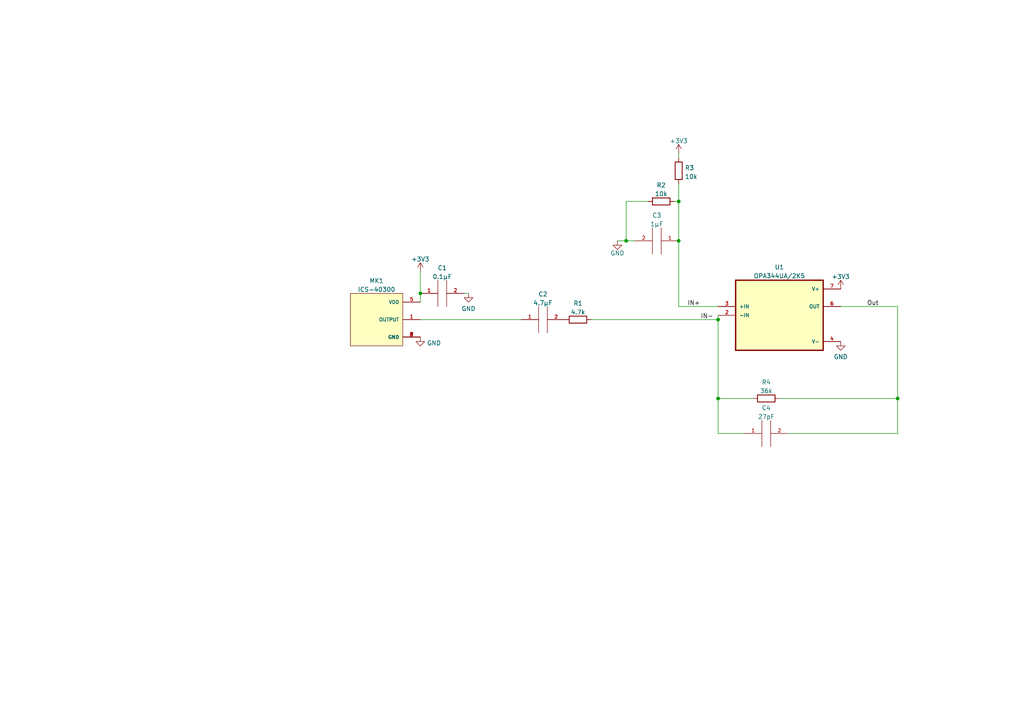
<source format=kicad_sch>
(kicad_sch (version 20211123) (generator eeschema)

  (uuid e63e39d7-6ac0-4ffd-8aa3-1841a4541b55)

  (paper "A4")

  (lib_symbols
    (symbol "Device:R" (pin_numbers hide) (pin_names (offset 0)) (in_bom yes) (on_board yes)
      (property "Reference" "R" (id 0) (at 2.032 0 90)
        (effects (font (size 1.27 1.27)))
      )
      (property "Value" "R" (id 1) (at 0 0 90)
        (effects (font (size 1.27 1.27)))
      )
      (property "Footprint" "" (id 2) (at -1.778 0 90)
        (effects (font (size 1.27 1.27)) hide)
      )
      (property "Datasheet" "~" (id 3) (at 0 0 0)
        (effects (font (size 1.27 1.27)) hide)
      )
      (property "ki_keywords" "R res resistor" (id 4) (at 0 0 0)
        (effects (font (size 1.27 1.27)) hide)
      )
      (property "ki_description" "Resistor" (id 5) (at 0 0 0)
        (effects (font (size 1.27 1.27)) hide)
      )
      (property "ki_fp_filters" "R_*" (id 6) (at 0 0 0)
        (effects (font (size 1.27 1.27)) hide)
      )
      (symbol "R_0_1"
        (rectangle (start -1.016 -2.54) (end 1.016 2.54)
          (stroke (width 0.254) (type default) (color 0 0 0 0))
          (fill (type none))
        )
      )
      (symbol "R_1_1"
        (pin passive line (at 0 3.81 270) (length 1.27)
          (name "~" (effects (font (size 1.27 1.27))))
          (number "1" (effects (font (size 1.27 1.27))))
        )
        (pin passive line (at 0 -3.81 90) (length 1.27)
          (name "~" (effects (font (size 1.27 1.27))))
          (number "2" (effects (font (size 1.27 1.27))))
        )
      )
    )
    (symbol "ICS-40300:ICS-40300" (pin_names (offset 1.016)) (in_bom yes) (on_board yes)
      (property "Reference" "MK" (id 0) (at -7.6962 8.4582 0)
        (effects (font (size 1.27 1.27)) (justify left bottom))
      )
      (property "Value" "ICS-40300" (id 1) (at -7.6708 -10.2362 0)
        (effects (font (size 1.27 1.27)) (justify left bottom))
      )
      (property "Footprint" "MIC_ICS-40300" (id 2) (at 0 0 0)
        (effects (font (size 1.27 1.27)) (justify left bottom) hide)
      )
      (property "Datasheet" "" (id 3) (at 0 0 0)
        (effects (font (size 1.27 1.27)) (justify left bottom) hide)
      )
      (property "Description" "High SPL Analog MEMS Microphone with Extended Low Feq Response" (id 4) (at 0 0 0)
        (effects (font (size 1.27 1.27)) (justify left bottom) hide)
      )
      (property "Availability" "Good" (id 5) (at 0 0 0)
        (effects (font (size 1.27 1.27)) (justify left bottom) hide)
      )
      (property "Price" "2.71 USD" (id 6) (at 0 0 0)
        (effects (font (size 1.27 1.27)) (justify left bottom) hide)
      )
      (property "Package" "LGA-6 TDK-InvenSense" (id 7) (at 0 0 0)
        (effects (font (size 1.27 1.27)) (justify left bottom) hide)
      )
      (property "MF" "TDK-InvenSense" (id 8) (at 0 0 0)
        (effects (font (size 1.27 1.27)) (justify left bottom) hide)
      )
      (property "MP" "ICS-40300" (id 9) (at 0 0 0)
        (effects (font (size 1.27 1.27)) (justify left bottom) hide)
      )
      (property "ki_locked" "" (id 10) (at 0 0 0)
        (effects (font (size 1.27 1.27)))
      )
      (symbol "ICS-40300_0_0"
        (rectangle (start -7.62 -7.62) (end 7.62 7.62)
          (stroke (width 0.1524) (type default) (color 0 0 0 0))
          (fill (type background))
        )
        (pin output line (at 12.7 0 180) (length 5.08)
          (name "OUTPUT" (effects (font (size 1.016 1.016))))
          (number "1" (effects (font (size 1.016 1.016))))
        )
        (pin power_in line (at 12.7 -5.08 180) (length 5.08)
          (name "GND" (effects (font (size 1.016 1.016))))
          (number "2" (effects (font (size 1.016 1.016))))
        )
        (pin power_in line (at 12.7 -5.08 180) (length 5.08)
          (name "GND" (effects (font (size 1.016 1.016))))
          (number "3" (effects (font (size 1.016 1.016))))
        )
        (pin power_in line (at 12.7 -5.08 180) (length 5.08)
          (name "GND" (effects (font (size 1.016 1.016))))
          (number "4" (effects (font (size 1.016 1.016))))
        )
        (pin power_in line (at 12.7 5.08 180) (length 5.08)
          (name "VDD" (effects (font (size 1.016 1.016))))
          (number "5" (effects (font (size 1.016 1.016))))
        )
        (pin power_in line (at 12.7 -5.08 180) (length 5.08)
          (name "GND" (effects (font (size 1.016 1.016))))
          (number "6" (effects (font (size 1.016 1.016))))
        )
      )
    )
    (symbol "OPA344UA_2K5:OPA344UA{slash}2K5" (pin_names (offset 1.016)) (in_bom yes) (on_board yes)
      (property "Reference" "U" (id 0) (at -12.7 11.1506 0)
        (effects (font (size 1.27 1.27)) (justify left bottom))
      )
      (property "Value" "OPA344UA{slash}2K5" (id 1) (at -12.7 -14.1478 0)
        (effects (font (size 1.27 1.27)) (justify left bottom))
      )
      (property "Footprint" "SOIC127P599X175-8N" (id 2) (at 0 0 0)
        (effects (font (size 1.27 1.27)) (justify left bottom) hide)
      )
      (property "Datasheet" "" (id 3) (at 0 0 0)
        (effects (font (size 1.27 1.27)) (justify left bottom) hide)
      )
      (property "ki_locked" "" (id 4) (at 0 0 0)
        (effects (font (size 1.27 1.27)))
      )
      (symbol "OPA344UA{slash}2K5_0_0"
        (rectangle (start -12.7 -10.16) (end 12.7 10.16)
          (stroke (width 0.4064) (type default) (color 0 0 0 0))
          (fill (type background))
        )
        (pin input line (at -17.78 0 0) (length 5.08)
          (name "-IN" (effects (font (size 1.016 1.016))))
          (number "2" (effects (font (size 1.016 1.016))))
        )
        (pin input line (at -17.78 2.54 0) (length 5.08)
          (name "+IN" (effects (font (size 1.016 1.016))))
          (number "3" (effects (font (size 1.016 1.016))))
        )
        (pin power_in line (at 17.78 -7.62 180) (length 5.08)
          (name "V-" (effects (font (size 1.016 1.016))))
          (number "4" (effects (font (size 1.016 1.016))))
        )
        (pin output line (at 17.78 2.54 180) (length 5.08)
          (name "OUT" (effects (font (size 1.016 1.016))))
          (number "6" (effects (font (size 1.016 1.016))))
        )
        (pin power_in line (at 17.78 7.62 180) (length 5.08)
          (name "V+" (effects (font (size 1.016 1.016))))
          (number "7" (effects (font (size 1.016 1.016))))
        )
      )
    )
    (symbol "power:+3.3V" (power) (pin_names (offset 0)) (in_bom yes) (on_board yes)
      (property "Reference" "#PWR" (id 0) (at 0 -3.81 0)
        (effects (font (size 1.27 1.27)) hide)
      )
      (property "Value" "+3.3V" (id 1) (at 0 3.556 0)
        (effects (font (size 1.27 1.27)))
      )
      (property "Footprint" "" (id 2) (at 0 0 0)
        (effects (font (size 1.27 1.27)) hide)
      )
      (property "Datasheet" "" (id 3) (at 0 0 0)
        (effects (font (size 1.27 1.27)) hide)
      )
      (property "ki_keywords" "power-flag" (id 4) (at 0 0 0)
        (effects (font (size 1.27 1.27)) hide)
      )
      (property "ki_description" "Power symbol creates a global label with name \"+3.3V\"" (id 5) (at 0 0 0)
        (effects (font (size 1.27 1.27)) hide)
      )
      (symbol "+3.3V_0_1"
        (polyline
          (pts
            (xy -0.762 1.27)
            (xy 0 2.54)
          )
          (stroke (width 0) (type default) (color 0 0 0 0))
          (fill (type none))
        )
        (polyline
          (pts
            (xy 0 0)
            (xy 0 2.54)
          )
          (stroke (width 0) (type default) (color 0 0 0 0))
          (fill (type none))
        )
        (polyline
          (pts
            (xy 0 2.54)
            (xy 0.762 1.27)
          )
          (stroke (width 0) (type default) (color 0 0 0 0))
          (fill (type none))
        )
      )
      (symbol "+3.3V_1_1"
        (pin power_in line (at 0 0 90) (length 0) hide
          (name "+3V3" (effects (font (size 1.27 1.27))))
          (number "1" (effects (font (size 1.27 1.27))))
        )
      )
    )
    (symbol "power:GND" (power) (pin_names (offset 0)) (in_bom yes) (on_board yes)
      (property "Reference" "#PWR" (id 0) (at 0 -6.35 0)
        (effects (font (size 1.27 1.27)) hide)
      )
      (property "Value" "GND" (id 1) (at 0 -3.81 0)
        (effects (font (size 1.27 1.27)))
      )
      (property "Footprint" "" (id 2) (at 0 0 0)
        (effects (font (size 1.27 1.27)) hide)
      )
      (property "Datasheet" "" (id 3) (at 0 0 0)
        (effects (font (size 1.27 1.27)) hide)
      )
      (property "ki_keywords" "power-flag" (id 4) (at 0 0 0)
        (effects (font (size 1.27 1.27)) hide)
      )
      (property "ki_description" "Power symbol creates a global label with name \"GND\" , ground" (id 5) (at 0 0 0)
        (effects (font (size 1.27 1.27)) hide)
      )
      (symbol "GND_0_1"
        (polyline
          (pts
            (xy 0 0)
            (xy 0 -1.27)
            (xy 1.27 -1.27)
            (xy 0 -2.54)
            (xy -1.27 -1.27)
            (xy 0 -1.27)
          )
          (stroke (width 0) (type default) (color 0 0 0 0))
          (fill (type none))
        )
      )
      (symbol "GND_1_1"
        (pin power_in line (at 0 0 270) (length 0) hide
          (name "GND" (effects (font (size 1.27 1.27))))
          (number "1" (effects (font (size 1.27 1.27))))
        )
      )
    )
    (symbol "pspice:CAP" (pin_names (offset 0.254)) (in_bom yes) (on_board yes)
      (property "Reference" "C" (id 0) (at 2.54 3.81 90)
        (effects (font (size 1.27 1.27)))
      )
      (property "Value" "CAP" (id 1) (at 2.54 -3.81 90)
        (effects (font (size 1.27 1.27)))
      )
      (property "Footprint" "" (id 2) (at 0 0 0)
        (effects (font (size 1.27 1.27)) hide)
      )
      (property "Datasheet" "~" (id 3) (at 0 0 0)
        (effects (font (size 1.27 1.27)) hide)
      )
      (property "ki_keywords" "simulation" (id 4) (at 0 0 0)
        (effects (font (size 1.27 1.27)) hide)
      )
      (property "ki_description" "Capacitor symbol for simulation only" (id 5) (at 0 0 0)
        (effects (font (size 1.27 1.27)) hide)
      )
      (symbol "CAP_0_1"
        (polyline
          (pts
            (xy -3.81 -1.27)
            (xy 3.81 -1.27)
          )
          (stroke (width 0) (type default) (color 0 0 0 0))
          (fill (type none))
        )
        (polyline
          (pts
            (xy -3.81 1.27)
            (xy 3.81 1.27)
          )
          (stroke (width 0) (type default) (color 0 0 0 0))
          (fill (type none))
        )
      )
      (symbol "CAP_1_1"
        (pin passive line (at 0 6.35 270) (length 5.08)
          (name "~" (effects (font (size 1.016 1.016))))
          (number "1" (effects (font (size 1.016 1.016))))
        )
        (pin passive line (at 0 -6.35 90) (length 5.08)
          (name "~" (effects (font (size 1.016 1.016))))
          (number "2" (effects (font (size 1.016 1.016))))
        )
      )
    )
  )

  (junction (at 121.92 85.09) (diameter 0) (color 0 0 0 0)
    (uuid 1a53bd43-03ee-4a3f-bd1d-79c3d49d1ebf)
  )
  (junction (at 196.85 58.42) (diameter 0) (color 0 0 0 0)
    (uuid 3ec37a54-7a47-4b29-a563-42e26d223519)
  )
  (junction (at 208.28 92.71) (diameter 0) (color 0 0 0 0)
    (uuid 76bca8c4-c6d4-462d-89f5-96f51f4694c7)
  )
  (junction (at 181.61 69.85) (diameter 0) (color 0 0 0 0)
    (uuid 80640bb4-9c39-4762-928c-94e881512e5e)
  )
  (junction (at 196.85 69.85) (diameter 0) (color 0 0 0 0)
    (uuid afa5d055-1e75-432f-9862-31f68972aac8)
  )
  (junction (at 260.35 115.57) (diameter 0) (color 0 0 0 0)
    (uuid e003b1f0-df92-4d5c-bbe0-12e5828f1654)
  )
  (junction (at 208.28 115.57) (diameter 0) (color 0 0 0 0)
    (uuid ea60d495-a313-4661-9cd7-4c378e3baaf2)
  )

  (wire (pts (xy 196.85 69.85) (xy 196.85 88.9))
    (stroke (width 0) (type default) (color 0 0 0 0))
    (uuid 045303bc-2668-4b14-9f98-31a4b505271e)
  )
  (wire (pts (xy 179.07 69.85) (xy 181.61 69.85))
    (stroke (width 0) (type default) (color 0 0 0 0))
    (uuid 1cdb16d2-4d33-4420-838f-4cd611017e11)
  )
  (wire (pts (xy 196.85 53.34) (xy 196.85 58.42))
    (stroke (width 0) (type default) (color 0 0 0 0))
    (uuid 1cf4daf1-0dc1-4738-9e16-35a453fba629)
  )
  (wire (pts (xy 208.28 125.73) (xy 215.9 125.73))
    (stroke (width 0) (type default) (color 0 0 0 0))
    (uuid 2f2ba989-f770-43b7-9d93-faef7edd783e)
  )
  (wire (pts (xy 208.28 115.57) (xy 208.28 125.73))
    (stroke (width 0) (type default) (color 0 0 0 0))
    (uuid 338fcfd5-665e-4d82-9c6a-bf627be9d9d3)
  )
  (wire (pts (xy 196.85 69.85) (xy 196.85 58.42))
    (stroke (width 0) (type default) (color 0 0 0 0))
    (uuid 4671e7ad-7afc-4d9f-aedc-69b5bd2c042c)
  )
  (wire (pts (xy 196.85 45.72) (xy 196.85 44.45))
    (stroke (width 0) (type default) (color 0 0 0 0))
    (uuid 4a7bc5cf-cc6d-4479-9a97-baba2d3b7320)
  )
  (wire (pts (xy 187.96 58.42) (xy 181.61 58.42))
    (stroke (width 0) (type default) (color 0 0 0 0))
    (uuid 56055fdd-3f73-4e85-8921-1896608b9a43)
  )
  (wire (pts (xy 121.92 78.74) (xy 121.92 85.09))
    (stroke (width 0) (type default) (color 0 0 0 0))
    (uuid 5b6c707a-e04f-42d8-af72-e80c8ebb42f2)
  )
  (wire (pts (xy 135.89 85.09) (xy 134.62 85.09))
    (stroke (width 0) (type default) (color 0 0 0 0))
    (uuid 6f4507f5-4643-4c41-9ebd-55d2c69f2263)
  )
  (wire (pts (xy 121.92 92.71) (xy 151.13 92.71))
    (stroke (width 0) (type default) (color 0 0 0 0))
    (uuid 8d977735-3e5d-446e-adf8-e93acb290e04)
  )
  (wire (pts (xy 208.28 92.71) (xy 208.28 91.44))
    (stroke (width 0) (type default) (color 0 0 0 0))
    (uuid 916ab0c5-0ead-4655-9364-52777a839628)
  )
  (wire (pts (xy 196.85 58.42) (xy 195.58 58.42))
    (stroke (width 0) (type default) (color 0 0 0 0))
    (uuid 9e64d69f-5fed-43cb-8f2e-4d7efd3dc2d3)
  )
  (wire (pts (xy 208.28 115.57) (xy 218.44 115.57))
    (stroke (width 0) (type default) (color 0 0 0 0))
    (uuid a26f3871-6bee-4c36-9bed-69d8a54aef02)
  )
  (wire (pts (xy 260.35 115.57) (xy 260.35 88.9))
    (stroke (width 0) (type default) (color 0 0 0 0))
    (uuid abb6315e-e7e1-405b-bba9-1daf39013c2c)
  )
  (wire (pts (xy 208.28 88.9) (xy 196.85 88.9))
    (stroke (width 0) (type default) (color 0 0 0 0))
    (uuid b1f02742-2d89-489d-a3cc-c1bc5dfe4b8c)
  )
  (wire (pts (xy 121.92 85.09) (xy 121.92 87.63))
    (stroke (width 0) (type default) (color 0 0 0 0))
    (uuid c8dd9b6b-fdc5-41dd-b3e0-5088dfd74a06)
  )
  (wire (pts (xy 208.28 92.71) (xy 208.28 115.57))
    (stroke (width 0) (type default) (color 0 0 0 0))
    (uuid ce8b71dc-0ec0-4ac7-bd51-2b2e2aa3f26a)
  )
  (wire (pts (xy 181.61 69.85) (xy 184.15 69.85))
    (stroke (width 0) (type default) (color 0 0 0 0))
    (uuid cfba77d4-1feb-4d8a-8780-93bdde773608)
  )
  (wire (pts (xy 226.06 115.57) (xy 260.35 115.57))
    (stroke (width 0) (type default) (color 0 0 0 0))
    (uuid d46954c5-eff5-4309-a9be-30bc0822a3e3)
  )
  (wire (pts (xy 171.45 92.71) (xy 208.28 92.71))
    (stroke (width 0) (type default) (color 0 0 0 0))
    (uuid ddb3a539-532b-4e65-9ed8-e1a7f74c053f)
  )
  (wire (pts (xy 181.61 58.42) (xy 181.61 69.85))
    (stroke (width 0) (type default) (color 0 0 0 0))
    (uuid e940be1a-5f35-4b12-8e3d-d7b4a5e63173)
  )
  (wire (pts (xy 243.84 88.9) (xy 260.35 88.9))
    (stroke (width 0) (type default) (color 0 0 0 0))
    (uuid ee3a0e73-4ec1-4088-b99a-e6efdec59d45)
  )
  (wire (pts (xy 228.6 125.73) (xy 260.35 125.73))
    (stroke (width 0) (type default) (color 0 0 0 0))
    (uuid f76c3da5-6d82-4adf-8973-26c71a85882e)
  )
  (wire (pts (xy 260.35 125.73) (xy 260.35 115.57))
    (stroke (width 0) (type default) (color 0 0 0 0))
    (uuid fdb778ec-32da-4fc6-839a-c190351c2343)
  )

  (label "Out" (at 251.46 88.9 0)
    (effects (font (size 1.27 1.27)) (justify left bottom))
    (uuid 0931e0fa-f836-4fdc-9b97-6461ed28083d)
  )
  (label "IN+" (at 199.39 88.9 0)
    (effects (font (size 1.27 1.27)) (justify left bottom))
    (uuid 48d767e5-7625-465b-b945-00a5da9e4d62)
  )
  (label "IN-" (at 203.2 92.71 0)
    (effects (font (size 1.27 1.27)) (justify left bottom))
    (uuid b26b720c-4ff8-4ba3-a4e2-3ff8229ccf82)
  )

  (symbol (lib_id "Device:R") (at 196.85 49.53 0) (unit 1)
    (in_bom yes) (on_board yes) (fields_autoplaced)
    (uuid 06889e67-f4a9-466c-a29f-e42d144a195a)
    (property "Reference" "R3" (id 0) (at 198.628 48.6953 0)
      (effects (font (size 1.27 1.27)) (justify left))
    )
    (property "Value" "10k" (id 1) (at 198.628 51.2322 0)
      (effects (font (size 1.27 1.27)) (justify left))
    )
    (property "Footprint" "Resistor_SMD:R_1206_3216Metric_Pad1.30x1.75mm_HandSolder" (id 2) (at 195.072 49.53 90)
      (effects (font (size 1.27 1.27)) hide)
    )
    (property "Datasheet" "~" (id 3) (at 196.85 49.53 0)
      (effects (font (size 1.27 1.27)) hide)
    )
    (pin "1" (uuid 55b0155e-0036-4b47-b78e-8d8fd4da4502))
    (pin "2" (uuid 2e11b817-ab24-4116-9985-84b8cd55fcce))
  )

  (symbol (lib_id "ICS-40300:ICS-40300") (at 109.22 92.71 0) (unit 1)
    (in_bom yes) (on_board yes) (fields_autoplaced)
    (uuid 0ec9fe0b-e84a-48a3-9f21-585f4ee40a65)
    (property "Reference" "MK1" (id 0) (at 109.22 81.441 0))
    (property "Value" "ICS-40300" (id 1) (at 109.22 83.9779 0))
    (property "Footprint" "ICS-40300:MIC_ICS-40300" (id 2) (at 109.22 92.71 0)
      (effects (font (size 1.27 1.27)) (justify left bottom) hide)
    )
    (property "Datasheet" "" (id 3) (at 109.22 92.71 0)
      (effects (font (size 1.27 1.27)) (justify left bottom) hide)
    )
    (property "Description" "High SPL Analog MEMS Microphone with Extended Low Feq Response" (id 4) (at 109.22 92.71 0)
      (effects (font (size 1.27 1.27)) (justify left bottom) hide)
    )
    (property "Availability" "Good" (id 5) (at 109.22 92.71 0)
      (effects (font (size 1.27 1.27)) (justify left bottom) hide)
    )
    (property "Price" "2.71 USD" (id 6) (at 109.22 92.71 0)
      (effects (font (size 1.27 1.27)) (justify left bottom) hide)
    )
    (property "Package" "LGA-6 TDK-InvenSense" (id 7) (at 109.22 92.71 0)
      (effects (font (size 1.27 1.27)) (justify left bottom) hide)
    )
    (property "MF" "TDK-InvenSense" (id 8) (at 109.22 92.71 0)
      (effects (font (size 1.27 1.27)) (justify left bottom) hide)
    )
    (property "MP" "ICS-40300" (id 9) (at 109.22 92.71 0)
      (effects (font (size 1.27 1.27)) (justify left bottom) hide)
    )
    (pin "1" (uuid a5ba688a-1709-439c-b51a-0331d51d224c))
    (pin "2" (uuid f38f7ad0-412f-488a-906a-c516920e94f5))
    (pin "3" (uuid 60f938e2-0e32-4489-8030-90e01a8a0934))
    (pin "4" (uuid 3fd8e1d8-daa0-4173-b4f3-ddb6cc3cd102))
    (pin "5" (uuid 2784ffa4-b48c-41f6-9cdf-8fcde326ef4b))
    (pin "6" (uuid 1f798360-29ab-4a7d-97f2-8eb2fd7f0d34))
  )

  (symbol (lib_id "power:+3.3V") (at 196.85 44.45 0) (unit 1)
    (in_bom yes) (on_board yes) (fields_autoplaced)
    (uuid 26cf4147-e85b-463b-9fda-36e22d36f671)
    (property "Reference" "#PWR0104" (id 0) (at 196.85 48.26 0)
      (effects (font (size 1.27 1.27)) hide)
    )
    (property "Value" "+3.3V" (id 1) (at 196.85 40.8742 0))
    (property "Footprint" "" (id 2) (at 196.85 44.45 0)
      (effects (font (size 1.27 1.27)) hide)
    )
    (property "Datasheet" "" (id 3) (at 196.85 44.45 0)
      (effects (font (size 1.27 1.27)) hide)
    )
    (pin "1" (uuid 3cfbea93-7385-4e75-9009-47081693f71c))
  )

  (symbol (lib_id "pspice:CAP") (at 190.5 69.85 270) (unit 1)
    (in_bom yes) (on_board yes) (fields_autoplaced)
    (uuid 2a0c19ac-a5b1-4998-aa0f-99898800ffd6)
    (property "Reference" "C3" (id 0) (at 190.5 62.4672 90))
    (property "Value" "1µF" (id 1) (at 190.5 65.0041 90))
    (property "Footprint" "Capacitor_SMD:C_0201_0603Metric_Pad0.64x0.40mm_HandSolder" (id 2) (at 190.5 69.85 0)
      (effects (font (size 1.27 1.27)) hide)
    )
    (property "Datasheet" "~" (id 3) (at 190.5 69.85 0)
      (effects (font (size 1.27 1.27)) hide)
    )
    (pin "1" (uuid fe595b30-95d9-45a4-8834-93f6c712e3b1))
    (pin "2" (uuid cba79e0f-ff76-415a-8967-93dbfbbadb92))
  )

  (symbol (lib_id "Device:R") (at 167.64 92.71 90) (unit 1)
    (in_bom yes) (on_board yes) (fields_autoplaced)
    (uuid 32ccdbef-fcfe-4e01-a25d-2a335971b056)
    (property "Reference" "R1" (id 0) (at 167.64 87.9942 90))
    (property "Value" "4.7k" (id 1) (at 167.64 90.5311 90))
    (property "Footprint" "Resistor_SMD:R_1206_3216Metric_Pad1.30x1.75mm_HandSolder" (id 2) (at 167.64 94.488 90)
      (effects (font (size 1.27 1.27)) hide)
    )
    (property "Datasheet" "~" (id 3) (at 167.64 92.71 0)
      (effects (font (size 1.27 1.27)) hide)
    )
    (pin "1" (uuid 992752ec-b2a4-4587-b4e7-7e67d813b131))
    (pin "2" (uuid 6694c3ce-ecba-41ff-9da2-e7a81b321150))
  )

  (symbol (lib_id "power:GND") (at 121.92 97.79 0) (unit 1)
    (in_bom yes) (on_board yes) (fields_autoplaced)
    (uuid 3683a852-70de-4684-829f-aeb73c51fe03)
    (property "Reference" "#PWR0101" (id 0) (at 121.92 104.14 0)
      (effects (font (size 1.27 1.27)) hide)
    )
    (property "Value" "GND" (id 1) (at 123.825 99.4938 0)
      (effects (font (size 1.27 1.27)) (justify left))
    )
    (property "Footprint" "" (id 2) (at 121.92 97.79 0)
      (effects (font (size 1.27 1.27)) hide)
    )
    (property "Datasheet" "" (id 3) (at 121.92 97.79 0)
      (effects (font (size 1.27 1.27)) hide)
    )
    (pin "1" (uuid 52670855-d56c-4ed9-aed5-150babc74c48))
  )

  (symbol (lib_id "OPA344UA_2K5:OPA344UA{slash}2K5") (at 226.06 91.44 0) (unit 1)
    (in_bom yes) (on_board yes) (fields_autoplaced)
    (uuid 445e2123-46c8-4d8e-83ea-c41b6dc0b488)
    (property "Reference" "U1" (id 0) (at 226.06 77.504 0))
    (property "Value" "OPA344UA/2K5" (id 1) (at 226.06 80.0409 0))
    (property "Footprint" "SOIC127P599X175-8N" (id 2) (at 226.06 91.44 0)
      (effects (font (size 1.27 1.27)) (justify left bottom) hide)
    )
    (property "Datasheet" "" (id 3) (at 226.06 91.44 0)
      (effects (font (size 1.27 1.27)) (justify left bottom) hide)
    )
    (pin "2" (uuid 001dcb0b-c547-464f-9c77-caf152539d89))
    (pin "3" (uuid 54b5e44c-8e10-42d1-8122-6e4609ab3cc6))
    (pin "4" (uuid 8311fb8a-3be5-4452-a57f-915a63960d39))
    (pin "6" (uuid 4289af98-63ff-4732-93ef-aeace190bff8))
    (pin "7" (uuid 1948d71b-7cc0-45fa-9f49-36dc65e15d4b))
  )

  (symbol (lib_id "power:GND") (at 243.84 99.06 0) (unit 1)
    (in_bom yes) (on_board yes) (fields_autoplaced)
    (uuid 6d790d13-c008-4725-8e6a-85bac3219e07)
    (property "Reference" "#PWR0106" (id 0) (at 243.84 105.41 0)
      (effects (font (size 1.27 1.27)) hide)
    )
    (property "Value" "GND" (id 1) (at 243.84 103.5034 0))
    (property "Footprint" "" (id 2) (at 243.84 99.06 0)
      (effects (font (size 1.27 1.27)) hide)
    )
    (property "Datasheet" "" (id 3) (at 243.84 99.06 0)
      (effects (font (size 1.27 1.27)) hide)
    )
    (pin "1" (uuid 9f5b3892-9e26-4e87-a37b-c244c3cd6357))
  )

  (symbol (lib_id "pspice:CAP") (at 128.27 85.09 90) (unit 1)
    (in_bom yes) (on_board yes) (fields_autoplaced)
    (uuid 787f6612-f868-4796-9422-9dbd1c13a689)
    (property "Reference" "C1" (id 0) (at 128.27 77.7072 90))
    (property "Value" "0.1µF" (id 1) (at 128.27 80.2441 90))
    (property "Footprint" "Capacitor_SMD:C_0201_0603Metric_Pad0.64x0.40mm_HandSolder" (id 2) (at 128.27 85.09 0)
      (effects (font (size 1.27 1.27)) hide)
    )
    (property "Datasheet" "~" (id 3) (at 128.27 85.09 0)
      (effects (font (size 1.27 1.27)) hide)
    )
    (pin "1" (uuid d20f6f20-6156-4b92-8319-84dee95f8e93))
    (pin "2" (uuid aee3f2c7-390b-4a6a-9df6-08b4483e5a58))
  )

  (symbol (lib_id "pspice:CAP") (at 222.25 125.73 90) (unit 1)
    (in_bom yes) (on_board yes) (fields_autoplaced)
    (uuid 7afb5c4e-e952-4809-8637-f20976eaf22e)
    (property "Reference" "C4" (id 0) (at 222.25 118.3472 90))
    (property "Value" "27pF" (id 1) (at 222.25 120.8841 90))
    (property "Footprint" "Capacitor_SMD:C_0201_0603Metric_Pad0.64x0.40mm_HandSolder" (id 2) (at 222.25 125.73 0)
      (effects (font (size 1.27 1.27)) hide)
    )
    (property "Datasheet" "~" (id 3) (at 222.25 125.73 0)
      (effects (font (size 1.27 1.27)) hide)
    )
    (pin "1" (uuid e3d77403-b9ee-4c08-b2df-e50db7f5ba4e))
    (pin "2" (uuid 216d942b-51c7-4504-a652-db30ba5e752a))
  )

  (symbol (lib_id "pspice:CAP") (at 157.48 92.71 90) (unit 1)
    (in_bom yes) (on_board yes) (fields_autoplaced)
    (uuid 9f0746a6-a207-49cc-b9a0-ebce24862775)
    (property "Reference" "C2" (id 0) (at 157.48 85.3272 90))
    (property "Value" "4.7µF" (id 1) (at 157.48 87.8641 90))
    (property "Footprint" "Capacitor_SMD:C_0201_0603Metric_Pad0.64x0.40mm_HandSolder" (id 2) (at 157.48 92.71 0)
      (effects (font (size 1.27 1.27)) hide)
    )
    (property "Datasheet" "~" (id 3) (at 157.48 92.71 0)
      (effects (font (size 1.27 1.27)) hide)
    )
    (pin "1" (uuid 7364a1a9-8edc-40d6-a00f-f76e0bae18e8))
    (pin "2" (uuid 7a2c8b31-0edb-4c23-bdae-a3725b42a17c))
  )

  (symbol (lib_id "Device:R") (at 222.25 115.57 270) (unit 1)
    (in_bom yes) (on_board yes) (fields_autoplaced)
    (uuid b706bde3-be76-4f0e-bed9-afd5d78e4a1f)
    (property "Reference" "R4" (id 0) (at 222.25 110.8542 90))
    (property "Value" "" (id 1) (at 222.25 113.3911 90))
    (property "Footprint" "Resistor_SMD:R_1206_3216Metric_Pad1.30x1.75mm_HandSolder" (id 2) (at 222.25 113.792 90)
      (effects (font (size 1.27 1.27)) hide)
    )
    (property "Datasheet" "~" (id 3) (at 222.25 115.57 0)
      (effects (font (size 1.27 1.27)) hide)
    )
    (pin "1" (uuid 56b37a1e-6bc8-4726-a571-1022cbb889e9))
    (pin "2" (uuid 005eceda-e2e5-4bbe-85dc-732095d46768))
  )

  (symbol (lib_id "power:GND") (at 179.07 69.85 0) (unit 1)
    (in_bom yes) (on_board yes)
    (uuid c8938fd4-f580-4456-a68a-7eb410cace35)
    (property "Reference" "#PWR0103" (id 0) (at 179.07 76.2 0)
      (effects (font (size 1.27 1.27)) hide)
    )
    (property "Value" "GND" (id 1) (at 179.07 73.4258 0))
    (property "Footprint" "" (id 2) (at 179.07 69.85 0)
      (effects (font (size 1.27 1.27)) hide)
    )
    (property "Datasheet" "" (id 3) (at 179.07 69.85 0)
      (effects (font (size 1.27 1.27)) hide)
    )
    (pin "1" (uuid b0450ace-fb6e-4f02-bdf4-7d923757e05b))
  )

  (symbol (lib_id "power:+3.3V") (at 121.92 78.74 0) (unit 1)
    (in_bom yes) (on_board yes) (fields_autoplaced)
    (uuid cf0942fd-4313-4b1b-9e03-c193b304bc61)
    (property "Reference" "#PWR0102" (id 0) (at 121.92 82.55 0)
      (effects (font (size 1.27 1.27)) hide)
    )
    (property "Value" "+3.3V" (id 1) (at 121.92 75.1642 0))
    (property "Footprint" "" (id 2) (at 121.92 78.74 0)
      (effects (font (size 1.27 1.27)) hide)
    )
    (property "Datasheet" "" (id 3) (at 121.92 78.74 0)
      (effects (font (size 1.27 1.27)) hide)
    )
    (pin "1" (uuid 910995d2-e0a8-4b42-8b43-eaf69c3c4197))
  )

  (symbol (lib_id "power:+3.3V") (at 243.84 83.82 0) (unit 1)
    (in_bom yes) (on_board yes) (fields_autoplaced)
    (uuid edcc1f10-3149-4670-aa32-7061b7020227)
    (property "Reference" "#PWR0105" (id 0) (at 243.84 87.63 0)
      (effects (font (size 1.27 1.27)) hide)
    )
    (property "Value" "+3.3V" (id 1) (at 243.84 80.2442 0))
    (property "Footprint" "" (id 2) (at 243.84 83.82 0)
      (effects (font (size 1.27 1.27)) hide)
    )
    (property "Datasheet" "" (id 3) (at 243.84 83.82 0)
      (effects (font (size 1.27 1.27)) hide)
    )
    (pin "1" (uuid d28923eb-1f8a-4afb-bd0b-b09f3dc3e5ab))
  )

  (symbol (lib_id "Device:R") (at 191.77 58.42 270) (unit 1)
    (in_bom yes) (on_board yes) (fields_autoplaced)
    (uuid f37492de-adff-481d-9bd3-5a2158a02909)
    (property "Reference" "R2" (id 0) (at 191.77 53.7042 90))
    (property "Value" "10k" (id 1) (at 191.77 56.2411 90))
    (property "Footprint" "Resistor_SMD:R_1206_3216Metric_Pad1.30x1.75mm_HandSolder" (id 2) (at 191.77 56.642 90)
      (effects (font (size 1.27 1.27)) hide)
    )
    (property "Datasheet" "~" (id 3) (at 191.77 58.42 0)
      (effects (font (size 1.27 1.27)) hide)
    )
    (pin "1" (uuid d6dd83a7-b8ba-4b02-b3b5-3063fe1e5803))
    (pin "2" (uuid 79c8a8a1-b5a6-4053-b936-ea8c0f40575b))
  )

  (symbol (lib_id "power:GND") (at 135.89 85.09 0) (unit 1)
    (in_bom yes) (on_board yes) (fields_autoplaced)
    (uuid f7672d6b-71d0-4197-8e41-c6ca8545cdd1)
    (property "Reference" "#PWR0107" (id 0) (at 135.89 91.44 0)
      (effects (font (size 1.27 1.27)) hide)
    )
    (property "Value" "GND" (id 1) (at 135.89 89.5334 0))
    (property "Footprint" "" (id 2) (at 135.89 85.09 0)
      (effects (font (size 1.27 1.27)) hide)
    )
    (property "Datasheet" "" (id 3) (at 135.89 85.09 0)
      (effects (font (size 1.27 1.27)) hide)
    )
    (pin "1" (uuid 2c68e8ff-385b-4598-bf90-84ad7620d998))
  )

  (sheet_instances
    (path "/" (page "1"))
  )

  (symbol_instances
    (path "/3683a852-70de-4684-829f-aeb73c51fe03"
      (reference "#PWR0101") (unit 1) (value "GND") (footprint "")
    )
    (path "/cf0942fd-4313-4b1b-9e03-c193b304bc61"
      (reference "#PWR0102") (unit 1) (value "+3.3V") (footprint "")
    )
    (path "/c8938fd4-f580-4456-a68a-7eb410cace35"
      (reference "#PWR0103") (unit 1) (value "GND") (footprint "")
    )
    (path "/26cf4147-e85b-463b-9fda-36e22d36f671"
      (reference "#PWR0104") (unit 1) (value "+3.3V") (footprint "")
    )
    (path "/edcc1f10-3149-4670-aa32-7061b7020227"
      (reference "#PWR0105") (unit 1) (value "+3.3V") (footprint "")
    )
    (path "/6d790d13-c008-4725-8e6a-85bac3219e07"
      (reference "#PWR0106") (unit 1) (value "GND") (footprint "")
    )
    (path "/f7672d6b-71d0-4197-8e41-c6ca8545cdd1"
      (reference "#PWR0107") (unit 1) (value "GND") (footprint "")
    )
    (path "/787f6612-f868-4796-9422-9dbd1c13a689"
      (reference "C1") (unit 1) (value "0.1µF") (footprint "Capacitor_SMD:C_0201_0603Metric_Pad0.64x0.40mm_HandSolder")
    )
    (path "/9f0746a6-a207-49cc-b9a0-ebce24862775"
      (reference "C2") (unit 1) (value "4.7µF") (footprint "Capacitor_SMD:C_0201_0603Metric_Pad0.64x0.40mm_HandSolder")
    )
    (path "/2a0c19ac-a5b1-4998-aa0f-99898800ffd6"
      (reference "C3") (unit 1) (value "1µF") (footprint "Capacitor_SMD:C_0201_0603Metric_Pad0.64x0.40mm_HandSolder")
    )
    (path "/7afb5c4e-e952-4809-8637-f20976eaf22e"
      (reference "C4") (unit 1) (value "27pF") (footprint "Capacitor_SMD:C_0201_0603Metric_Pad0.64x0.40mm_HandSolder")
    )
    (path "/0ec9fe0b-e84a-48a3-9f21-585f4ee40a65"
      (reference "MK1") (unit 1) (value "ICS-40300") (footprint "ICS-40300:MIC_ICS-40300")
    )
    (path "/32ccdbef-fcfe-4e01-a25d-2a335971b056"
      (reference "R1") (unit 1) (value "4.7k") (footprint "Resistor_SMD:R_1206_3216Metric_Pad1.30x1.75mm_HandSolder")
    )
    (path "/f37492de-adff-481d-9bd3-5a2158a02909"
      (reference "R2") (unit 1) (value "10k") (footprint "Resistor_SMD:R_1206_3216Metric_Pad1.30x1.75mm_HandSolder")
    )
    (path "/06889e67-f4a9-466c-a29f-e42d144a195a"
      (reference "R3") (unit 1) (value "10k") (footprint "Resistor_SMD:R_1206_3216Metric_Pad1.30x1.75mm_HandSolder")
    )
    (path "/b706bde3-be76-4f0e-bed9-afd5d78e4a1f"
      (reference "R4") (unit 1) (value "36k") (footprint "Resistor_SMD:R_1206_3216Metric_Pad1.30x1.75mm_HandSolder")
    )
    (path "/445e2123-46c8-4d8e-83ea-c41b6dc0b488"
      (reference "U1") (unit 1) (value "OPA344UA/2K5") (footprint "SOIC127P599X175-8N")
    )
  )
)

</source>
